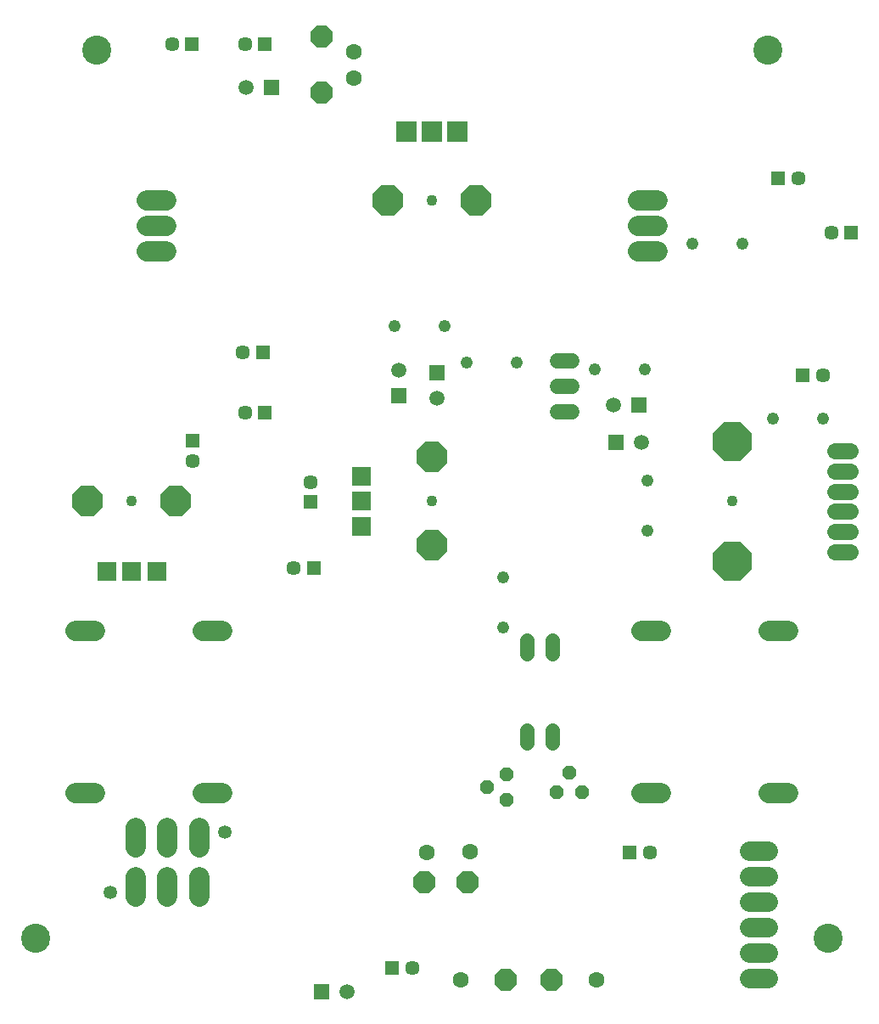
<source format=gbr>
G04 EAGLE Gerber X2 export*
%TF.Part,Single*%
%TF.FileFunction,Soldermask,Bot,1*%
%TF.FilePolarity,Positive*%
%TF.GenerationSoftware,Autodesk,EAGLE,9.2.2*%
%TF.CreationDate,2019-06-08T20:52:32Z*%
G75*
%MOMM*%
%FSLAX34Y34*%
%LPD*%
%INSoldermask Bottom*%
%AMOC8*
5,1,8,0,0,1.08239X$1,22.5*%
G01*
%ADD10C,1.244600*%
%ADD11R,1.451600X1.451600*%
%ADD12C,1.451600*%
%ADD13C,1.509600*%
%ADD14R,1.509600X1.509600*%
%ADD15C,2.051600*%
%ADD16P,2.446851X8X112.500000*%
%ADD17R,1.981200X1.981200*%
%ADD18P,3.357141X8X292.500000*%
%ADD19C,1.101600*%
%ADD20P,2.446851X8X22.500000*%
%ADD21P,2.446851X8X202.500000*%
%ADD22C,1.609600*%
%ADD23P,4.233877X8X292.500000*%
%ADD24C,1.981200*%
%ADD25C,1.351600*%
%ADD26C,2.901600*%
%ADD27P,1.539592X8X112.500000*%
%ADD28C,1.601600*%
%ADD29P,3.357141X8X202.500000*%
%ADD30C,1.524000*%
%ADD31C,2.057400*%
%ADD32R,2.057400X2.057400*%
%ADD33P,3.357141X8X112.500000*%
%ADD34P,1.539592X8X22.500000*%
%ADD35C,1.422400*%


D10*
X513722Y384460D03*
X513722Y434460D03*
D11*
X812551Y635345D03*
D12*
X832551Y635345D03*
D11*
X273939Y658477D03*
D12*
X253939Y658477D03*
D10*
X782905Y592749D03*
X832905Y592749D03*
X527562Y648635D03*
X477562Y648635D03*
D11*
X321794Y509377D03*
D12*
X321794Y529377D03*
D11*
X788182Y832407D03*
D12*
X808182Y832407D03*
D11*
X861071Y777583D03*
D12*
X841071Y777583D03*
D10*
X604711Y641405D03*
X654711Y641405D03*
D11*
X276089Y598484D03*
D12*
X256089Y598484D03*
D10*
X657859Y530638D03*
X657859Y480638D03*
D11*
X203425Y570566D03*
D12*
X203425Y550566D03*
D11*
X324662Y443446D03*
D12*
X304662Y443446D03*
D11*
X276037Y965820D03*
D12*
X256037Y965820D03*
D11*
X403109Y44963D03*
D12*
X423109Y44963D03*
D11*
X203287Y965665D03*
D12*
X183287Y965665D03*
D13*
X357957Y20706D03*
D14*
X332557Y20706D03*
D13*
X256960Y923048D03*
D14*
X282360Y923048D03*
D15*
X106250Y218850D02*
X86750Y218850D01*
X86750Y381150D02*
X106250Y381150D01*
X213750Y218850D02*
X233250Y218850D01*
X233250Y381150D02*
X213750Y381150D01*
D16*
X515874Y32854D03*
X561679Y32854D03*
D15*
X778750Y381150D02*
X798250Y381150D01*
X798250Y218850D02*
X778750Y218850D01*
X671250Y381150D02*
X651750Y381150D01*
X651750Y218850D02*
X671250Y218850D01*
D17*
X168000Y440000D03*
X143000Y440000D03*
X118000Y440000D03*
D18*
X187000Y510000D03*
X99000Y510000D03*
D19*
X143000Y510000D03*
D20*
X332290Y918003D03*
D21*
X332290Y973295D03*
D22*
X844462Y539996D02*
X859542Y539996D01*
X859542Y559996D02*
X844462Y559996D01*
X844462Y459996D02*
X859542Y459996D01*
X859542Y519996D02*
X844462Y519996D01*
X844462Y499996D02*
X859542Y499996D01*
X859542Y479996D02*
X844462Y479996D01*
D23*
X742002Y569996D03*
X742002Y449996D03*
D19*
X742002Y509996D03*
D24*
X759298Y161666D02*
X778094Y161666D01*
X778094Y136266D02*
X759298Y136266D01*
X759298Y110866D02*
X778094Y110866D01*
X778094Y85466D02*
X759298Y85466D01*
X759298Y60066D02*
X778094Y60066D01*
X778094Y34666D02*
X759298Y34666D01*
D15*
X146800Y115500D02*
X146800Y135000D01*
X178800Y135000D02*
X178800Y115500D01*
X210800Y115500D02*
X210800Y135000D01*
X210800Y165000D02*
X210800Y184500D01*
X178800Y184500D02*
X178800Y165000D01*
X146800Y165000D02*
X146800Y184500D01*
D25*
X121800Y120000D03*
X235800Y180000D03*
D26*
X108000Y960000D03*
X778000Y960000D03*
D10*
X702253Y766759D03*
X752253Y766759D03*
D27*
X516971Y237414D03*
X497921Y224714D03*
X516971Y212014D03*
D26*
X47000Y74500D03*
X838000Y74500D03*
D28*
X364520Y958431D03*
X364520Y932359D03*
X606469Y32854D03*
X471084Y32854D03*
D13*
X409773Y641036D03*
D14*
X409773Y615636D03*
D13*
X447437Y612644D03*
D14*
X447437Y638044D03*
D13*
X651406Y568795D03*
D14*
X626006Y568795D03*
D13*
X623884Y605694D03*
D14*
X649284Y605694D03*
D10*
X405027Y684557D03*
X455027Y684557D03*
D17*
X372500Y535000D03*
X372500Y510000D03*
X372500Y485000D03*
D29*
X442500Y554000D03*
X442500Y466000D03*
D19*
X442500Y510000D03*
D20*
X477780Y130331D03*
X435292Y130368D03*
D28*
X480604Y160951D03*
X437722Y159608D03*
D30*
X567861Y599225D02*
X582085Y599225D01*
X582085Y624625D02*
X567861Y624625D01*
X567861Y650025D02*
X582085Y650025D01*
D31*
X648121Y810170D02*
X667679Y810170D01*
X667679Y784770D02*
X648121Y784770D01*
X648121Y759370D02*
X667679Y759370D01*
X177679Y810170D02*
X158121Y810170D01*
X158121Y784770D02*
X177679Y784770D01*
X177679Y759370D02*
X158121Y759370D01*
D32*
X417100Y879088D03*
X442500Y879088D03*
X467900Y879088D03*
D33*
X486500Y810000D03*
X398500Y810000D03*
D19*
X442500Y810000D03*
D34*
X592700Y220000D03*
X580000Y239050D03*
X567300Y220000D03*
D35*
X537300Y268692D02*
X537300Y281900D01*
X562700Y281900D02*
X562700Y268692D01*
X562700Y358100D02*
X562700Y371308D01*
X537300Y371308D02*
X537300Y358100D01*
D11*
X640000Y160000D03*
D12*
X660000Y160000D03*
M02*

</source>
